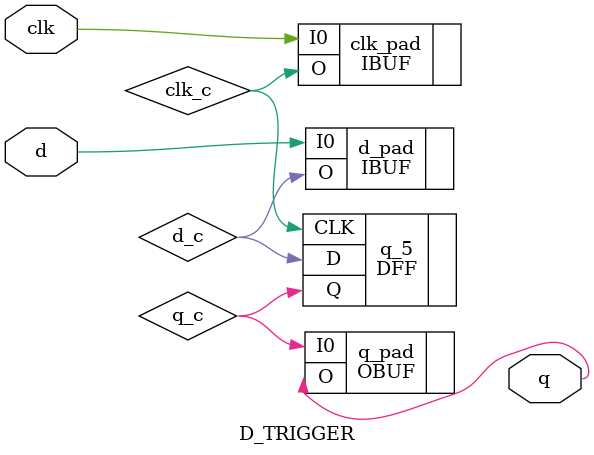
<source format=v>

module D_TRIGGER (d, clk, q) /* synthesis syn_module_defined=1 */ ;   // d_trigger.v(1[8:17])
    input d;   // d_trigger.v(3[8:9])
    input clk;   // d_trigger.v(2[8:11])
    output q;   // d_trigger.v(4[13:14])
    
    wire clk_c /* synthesis is_clock=1, SET_AS_NETWORK=clk_c */ ;   // d_trigger.v(2[8:11])
    
    wire pwr, d_c, q_c, gnd;
    
    VCC i24 (.X(pwr));
    OBUF q_pad (.O(q), .I0(q_c));   // E:/Bin/lse/userware/NT/SYNTHESIS_HEADERS/mach.v(270[8:12])
    IBUF clk_pad (.O(clk_c), .I0(clk));   // E:/Bin/lse/userware/NT/SYNTHESIS_HEADERS/mach.v(186[8:12])
    DFF q_5 (.Q(q_c), .D(d_c), .CLK(clk_c));   // d_trigger.v(7[9] 10[6])
    IBUF d_pad (.O(d_c), .I0(d));   // E:/Bin/lse/userware/NT/SYNTHESIS_HEADERS/mach.v(186[8:12])
    GND i23 (.X(gnd));
    
endmodule
//
// Verilog Description of module VCC
// module not written out since it is a black-box. 
//

//
// Verilog Description of module GND
// module not written out since it is a black-box. 
//


</source>
